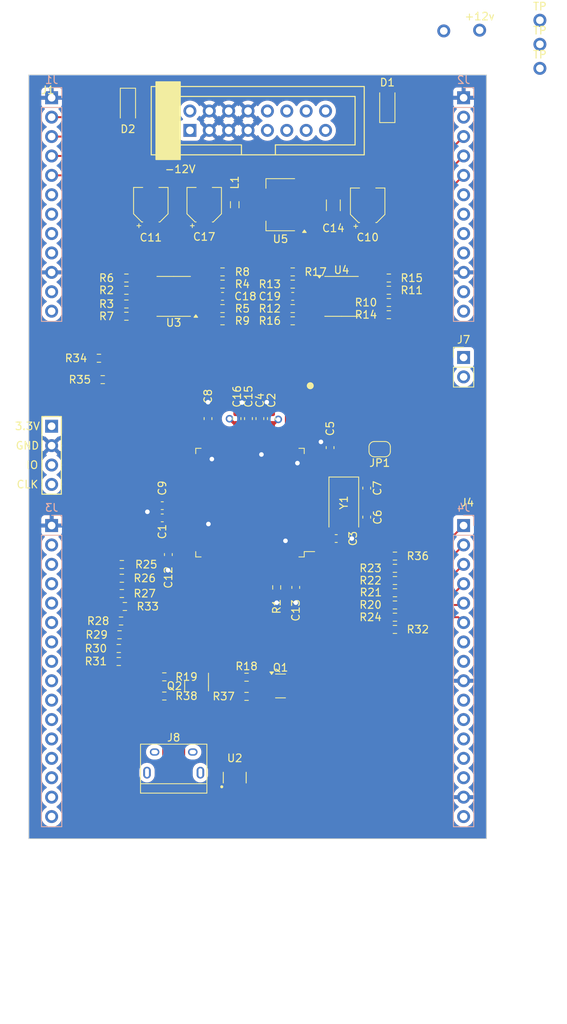
<source format=kicad_pcb>
(kicad_pcb (version 20240108) (generator "pcbnew") (generator_version "8.0")
  (layers (0 "F.Cu" signal) (1 "In1.Cu" signal) (2 "In2.Cu" signal) (31 "B.Cu" signal) (34 "B.Paste" user) (35 "F.Paste" user) (36 "B.SilkS" user "B.Silkscreen") (37 "F.SilkS" user "F.Silkscreen") (38 "B.Mask" user) (39 "F.Mask" user) (44 "Edge.Cuts" user))
  (net 0 "")
  (net 1 "GND")
  (net 2 "Net-(U1-PF0-OSC_IN)")
  (net 3 "+3.3V")
  (net 4 "+3.3VA")
  (net 5 "+12V")
  (net 6 "Net-(U1-PF1-OSC_OUT)")
  (net 7 "/Sine3_Rate_Btn")
  (net 8 "-12V")
  (net 9 "/Sine2_Rate_Btn")
  (net 10 "/Sine1_Rate_Btn")
  (net 11 "/Swell_LED")
  (net 12 "/Ramp_LED")
  (net 13 "/Sine2_Lvl_Btn")
  (net 14 "/Sine1_Lvl_Btn")
  (net 15 "/Sine3_Lvl_Btn")
  (net 16 "/Swell_Out")
  (net 17 "/FM2_Out")
  (net 18 "/Sine1_Inv_Out")
  (net 19 "/Sine1_Out")
  (net 20 "/FM3_Out")
  (net 21 "/Sine3_Out")
  (net 22 "/+12V_IN")
  (net 23 "/-12V_IN")
  (net 24 "/SWCLK")
  (net 25 "/SWIO")
  (net 26 "/Sine1_Swell_Lvl_LED")
  (net 27 "/Sine3_Swell_Lvl_LED")
  (net 28 "/Sine2_Swell_Rate_LED")
  (net 29 "/Sine1_Swell_Rate_LED")
  (net 30 "/Sine2_Swell_Lvl_LED")
  (net 31 "/Gate_Normal")
  (net 32 "/Sine3_Ramp_Rate_LED")
  (net 33 "/Sine3_Swell_Rate_LED")
  (net 34 "/USB_DP")
  (net 35 "/USB_DM")
  (net 36 "/Ramp_Out")
  (net 37 "/Sine3_Ramp_Lvl_LED")
  (net 38 "/Sine2_Rate")
  (net 39 "/Sine2_Out")
  (net 40 "/Sine2_Ramp_Rate_LED")
  (net 41 "/Sine1_LED")
  (net 42 "/Sine2_LED")
  (net 43 "/Sine3_LED")
  (net 44 "/Sine1_Ramp_Rate_LED")
  (net 45 "/Sine1_Ramp_Lvl_LED")
  (net 46 "/Sine2_Ramp_Lvl_LED")
  (net 49 "/BOOT0")
  (net 52 "/USART1_TX")
  (net 53 "/USART1_RX")
  (net 55 "/USB_D-")
  (net 58 "/USB_D+")
  (net 59 "Net-(Q1-B)")
  (net 60 "/Gate_Scaled")
  (net 61 "/Clock_Scaled")
  (net 62 "Net-(Q2-B)")
  (net 63 "Net-(U3C--)")
  (net 64 "Net-(U3D--)")
  (net 65 "Net-(U3B--)")
  (net 66 "Net-(U3A--)")
  (net 67 "/Sine1_DAC")
  (net 68 "Net-(U4D--)")
  (net 69 "Net-(U4B--)")
  (net 70 "/Gate_In")
  (net 71 "/Clock_In")
  (net 72 "/TIM3_CH1")
  (net 73 "/TIM3_CH2")
  (net 74 "/TIM3_CH3")
  (net 75 "/TIM3_CH4")
  (net 76 "/TIM4_CH1")
  (net 77 "/TIM4_CH2")
  (net 78 "/TIM4_CH3")
  (net 79 "/TIM4_CH4")
  (net 80 "/TIM8_CH1")
  (net 81 "/TIM8_CH2")
  (net 82 "/TIM8_CH3")
  (net 83 "/TIM8_CH4")
  (net 84 "/TIM2_CH1")
  (net 85 "/TIM2_CH2")
  (net 86 "/TIM2_CH3")
  (net 87 "/TIM2_CH4")
  (net 88 "/Sine3_Swell_Rate")
  (net 95 "/Swell_Rate")
  (net 97 "/Ramp_Rate")
  (net 100 "/RESET")
  (net 101 "/Sine3_DAC")
  (net 103 "/Sine3_Rate")
  (net 104 "/Sine3_Level")
  (net 106 "/Ramp_Level")
  (net 109 "/Sine1_Level")
  (net 110 "/ADC-Spare")
  (net 111 "/FM2_DAC")
  (net 114 "/Sine2_Level")
  (net 119 "/Swell_DAC")
  (net 121 "/Sine1_Rate")
  (net 126 "/Ramp_DAC")
  (net 129 "/Sine2_DAC")
  (net 130 "/FM3_DAC")
  (net 135 "/Swell_Level")
  (net 139 "Net-(U4C-+)")
  (net 140 "Net-(U4A-+)")
  (footprint "Resistor_SMD:R_0603_1608Metric" (layer "F.Cu") (at 111.8 125.1)
    (property "Reference" "R30")
    (property "Value" "560")
  )
  (footprint "Resistor_SMD:R_0603_1608Metric" (layer "F.Cu") (at 109.2 87.1)
    (property "Reference" "R34")
    (property "Value" "560")
  )
  (footprint "Crystal:Crystal_SMD_0603-2Pin_6.0x3.5mm" (layer "F.Cu") (at 141.3 106 -90)
    (property "Reference" "Y1")
    (property "Value" "8MHz 20pF")
  )
  (footprint "Capacitor_SMD:C_0603_1608Metric" (layer "F.Cu") (at 134.6 79 180)
    (property "Reference" "C19")
    (property "Value" "100nF")
  )
  (footprint "Resistor_SMD:R_0603_1608Metric" (layer "F.Cu") (at 112.2 115.9)
    (property "Reference" "R26")
    (property "Value" "560")
  )
  (footprint "Custom_Footprints:USB_Micro-B_Amphenol" (layer "F.Cu") (at 119 140)
    (property "Reference" "J8")
    (property "Value" "USB_B_Micro")
  )
  (footprint "Custom_Footprints:1mm_Test_Point" (layer "F.Cu") (at 167 46)
    (property "Reference" "TP4" (hide yes))
    (property "Value" "TestPoint")
  )
  (footprint "Custom_Footprints:1mm_Test_Point" (layer "F.Cu") (at 167 49.15)
    (property "Reference" "TP5" (hide yes))
    (property "Value" "TestPoint")
  )
  (footprint "Resistor_SMD:R_0603_1608Metric" (layer "F.Cu") (at 148 116.2 180)
    (property "Reference" "R22")
    (property "Value" "560")
  )
  (footprint "Resistor_SMD:R_0603_1608Metric" (layer "F.Cu") (at 134.6 82.2 180)
    (property "Reference" "R16")
    (property "Value" "10k")
  )
  (footprint "Package_TO_SOT_SMD:SOT-23" (layer "F.Cu") (at 133 130)
    (property "Reference" "Q1")
    (property "Value" "MMBT3904")
  )
  (footprint "Capacitor_SMD:C_0603_1608Metric" (layer "F.Cu") (at 130.3 95 -90)
    (property "Reference" "C4")
    (property "Value" "100nF")
  )
  (footprint "Jumper:SolderJumper-2_P1.3mm_Open_RoundedPad1.0x1.5mm" (layer "F.Cu") (at 146 99 180)
    (property "Reference" "JP1")
    (property "Value" "Jumper")
  )
  (footprint "Capacitor_SMD:C_0603_1608Metric" (layer "F.Cu") (at 131.8 95 -90)
    (property "Reference" "C2")
    (property "Value" "1uF")
  )
  (footprint "Resistor_SMD:R_0603_1608Metric" (layer "F.Cu") (at 148 122.6 180)
    (property "Reference" "R32")
    (property "Value" "560")
  )
  (footprint "Resistor_SMD:R_0603_1608Metric" (layer "F.Cu") (at 128.55 128.855)
    (property "Reference" "R18")
    (property "Value" "4k7")
  )
  (footprint "Resistor_SMD:R_0603_1608Metric" (layer "F.Cu") (at 147.2 81.4)
    (property "Reference" "R14")
    (property "Value" "20k")
  )
  (footprint "Package_TO_SOT_SMD:SOT-223-3_TabPin2" (layer "F.Cu") (at 133 67 180)
    (property "Reference" "U5")
    (property "Value" "LT1117-3.3")
  )
  (footprint "Resistor_SMD:R_0603_1608Metric" (layer "F.Cu") (at 134.6 77.4)
    (property "Reference" "R13")
    (property "Value" "10k")
  )
  (footprint "Resistor_SMD:R_0603_1608Metric" (layer "F.Cu") (at 112.8 80)
    (property "Reference" "R3")
    (property "Value" "10k")
  )
  (footprint "Resistor_SMD:R_0603_1608Metric" (layer "F.Cu") (at 134.6 75.8 180)
    (property "Reference" "R17")
    (property "Value" "10k")
  )
  (footprint "Custom_Footprints:1mm_Test_Point" (layer "F.Cu") (at 154.4 44.25)
    (property "Reference" "TP2" (hide yes))
    (property "Value" "TestPoint")
  )
  (footprint "Custom_Footprints:1mm_Test_Point" (layer "F.Cu") (at 167 42.85)
    (property "Reference" "TP3" (hide yes))
    (property "Value" "TestPoint")
  )
  (footprint "Package_SO:TSSOP-14_4.4x5mm_P0.65mm" (layer "F.Cu") (at 119 79 180)
    (property "Reference" "U3")
    (property "Value" "TL074")
  )
  (footprint "Capacitor_SMD:C_0603_1608Metric" (layer "F.Cu") (at 135 117.1 90)
    (property "Reference" "C13")
    (property "Value" "100nF")
  )
  (footprint "Connector_PinHeader_2.54mm:PinHeader_1x02_P2.54mm_Vertical" (layer "F.Cu") (at 157 87)
    (property "Reference" "J7")
    (property "Value" "UART_Test_Pins")
  )
  (footprint "Inductor_SMD:L_0805_2012Metric_Pad1.05x1.20mm_HandSolder" (layer "F.Cu") (at 127 67 -90)
    (property "Reference" "L1")
    (property "Value" "L_Small")
  )
  (footprint "Resistor_SMD:R_0603_1608Metric" (layer "F.Cu") (at 125.4 82.2)
    (property "Reference" "R9")
    (property "Value" "10k")
  )
  (footprint "Resistor_SMD:R_0603_1608Metric" (layer "F.Cu") (at 125.4 80.6 180)
    (property "Reference" "R5")
    (property "Value" "10k")
  )
  (footprint "Capacitor_SMD:C_1206_3216Metric" (layer "F.Cu") (at 139.925 67.075 90)
    (property "Reference" "C14")
    (property "Value" "10uF")
  )
  (footprint "Resistor_SMD:R_0603_1608Metric" (layer "F.Cu") (at 147.2 76.6)
    (property "Reference" "R15")
    (property "Value" "10k")
  )
  (footprint "Custom_Footprints:Eurorack_16_pin_header" (layer "F.Cu") (at 121.125 57.27)
    (property "Reference" "J6" (hide yes))
    (property "Value" "Eurorack_16_pin_power" (hide yes))
  )
  (footprint "Diode_SMD:D_SOD-123" (layer "F.Cu") (at 113 54 -90)
    (property "Reference" "D2")
    (property "Value" "1N5819")
  )
  (footprint "Resistor_SMD:R_0603_1608Metric" (layer "F.Cu") (at 109.7 89.9)
    (property "Reference" "R35")
    (property "Value" "560")
  )
  (footprint "Resistor_SMD:R_0603_1608Metric" (layer "F.Cu") (at 111.8 126.8)
    (property "Reference" "R31")
    (property "Value" "560")
  )
  (footprint "Package_QFP:LQFP-100_14x14mm_P0.5mm" (layer "F.Cu") (at 129 106 180)
    (property "Reference" "U1" (hide yes))
    (property "Value" "STM32G473V")
  )
  (footprint "Resistor_SMD:R_0603_1608Metric" (layer "F.Cu") (at 148 117.8 180)
    (property "Reference" "R21")
    (property "Value" "560")
  )
  (footprint "Capacitor_SMD:C_0603_1608Metric" (layer "F.Cu") (at 128.8 95 -90)
    (property "Reference" "C15")
    (property "Value" "10nF")
  )
  (footprint "Capacitor_SMD:C_0603_1608Metric" (layer "F.Cu") (at 125.4 79)
    (property "Reference" "C18")
    (property "Value" "100nF")
  )
  (footprint "Resistor_SMD:R_0603_1608Metric" (layer "F.Cu") (at 148 113 180)
    (property "Reference" "R36")
    (property "Value" "560")
  )
  (footprint "Resistor_SMD:R_0603_1608Metric" (layer "F.Cu") (at 148 114.6 180)
    (property "Reference" "R23")
    (property "Value" "560")
  )
  (footprint "Capacitor_SMD:CP_Elec_4x5.8" (layer "F.Cu") (at 116 67 90)
    (property "Reference" "C11")
    (property "Value" "22uF")
  )
  (footprint "Resistor_SMD:R_0603_1608Metric" (layer "F.Cu") (at 117.77 131.32)
    (property "Reference" "R38")
    (property "Value" "4k7")
  )
  (footprint "Resistor_SMD:R_0603_1608Metric" (layer "F.Cu") (at 128.55 131.365)
    (property "Reference" "R37")
    (property "Value" "4k7")
  )
  (footprint "Capacitor_SMD:CP_Elec_4x5.8" (layer "F.Cu") (at 144.425 67.075 90)
    (property "Reference" "C10")
    (property "Value" "22uF")
  )
  (footprint "Resistor_SMD:R_0603_1608Metric" (layer "F.Cu") (at 111.9 123.3)
    (property "Reference" "R29")
    (property "Value" "560")
  )
  (footprint "Resistor_SMD:R_0603_1608Metric" (layer "F.Cu") (at 117.77 128.81 180)
    (property "Reference" "R19")
    (property "Value" "4k7")
  )
  (footprint "Resistor_SMD:R_0603_1608Metric" (layer "F.Cu") (at 125.4 77.4 180)
    (property "Reference" "R4")
    (property "Value" "10k")
  )
  (footprint "Resistor_SMD:R_0603_1608Metric" (layer "F.Cu") (at 132.5 117.1 90)
    (property "Reference" "R1")
    (property "Value" "100k")
  )
  (footprint "Resistor_SMD:R_0603_1608Metric" (layer "F.Cu") (at 147.2 78.2 180)
    (property "Reference" "R11")
    (property "Value" "10k")
  )
  (footprint "Diode_SMD:D_SOD-123" (layer "F.Cu") (at 147 54 90)
    (property "Reference" "D1")
    (property "Value" "1N5819")
  )
  (footprint "Custom_Footprints:STF202-22T1G" (layer "F.Cu") (at 127 142)
    (property "Reference" "U2")
    (property "Value" "STF202-22T1G" (hide yes))
  )
  (footprint "Capacitor_SMD:C_0603_1608Metric" (layer "F.Cu") (at 118.3 112.8 90)
    (property "Reference" "C12")
    (property "Value" "100nF")
  )
  (footprint "Custom_Footprints:1mm_Test_Point" (layer "F.Cu") (at 159.1 44.15)
    (property "Reference" "TP1" (hide yes))
    (property "Value" "TestPoint")
  )
  (footprint "Capacitor_SMD:C_0603_1608Metric" (layer "F.Cu") (at 140.3 110.7 180)
    (property "Reference" "C3")
    (property "Value" "100nF")
  )
  (footprint "Resistor_SMD:R_0603_1608Metric" (layer "F.Cu") (at 148 121 180)
    (property "Reference" "R24")
    (property "Value" "560")
  )
  (footprint "Resistor_SMD:R_0603_1608Metric" (layer "F.Cu") (at 112.2 117.9)
    (property "Reference" "R27")
    (property "Value" "560")
  )
  (footprint "Capacitor_SMD:CP_Elec_4x5.8" (layer "F.Cu") (at 123 67 90)
    (property "Reference" "C17")
    (property "Value" "22uF")
  )
  (footprint "Resistor_SMD:R_0603_1608Metric" (layer "F.Cu") (at 148 119.4 180)
    (property "Reference" "R20")
    (property "Value" "560")
  )
  (footprint "Package_SO:TSSOP-14_4.4x5mm_P0.65mm" (layer "F.Cu") (at 141 79)
    (property "Reference" "U4")
    (property "Value" "TL074")
  )
  (footprint "Resistor_SMD:R_0603_1608Metric" (layer "F.Cu") (at 112.8 81.6 180)
    (property "Reference" "R7")
    (property "Value" "10k")
  )
  (footprint "Resistor_SMD:R_0603_1608Metric" (layer "F.Cu") (at 112.6 119.6 180)
    (property "Reference" "R33")
    (property "Value" "560")
  )
  (footprint "Custom_Footprints:SWD_header" (layer "F.Cu") (at 103 96 -90)
    (property "Reference" "J5" (hide yes))
    (property "Value" "SWD_Header")
  )
  (footprint "Package_TO_SOT_SMD:SOT-23" (layer "F.Cu") (at 122 130 -90)
    (property "Reference" "Q2")
    (property "Value" "MMBT3904")
  )
  (footprint "Resistor_SMD:R_0603_1608Metric" (layer "F.Cu") (at 112.2 114.1)
    (property "Reference" "R25")
    (property "Value" "560")
  )
  (footprint "Capacitor_SMD:C_0603_1608Metric" (layer "F.Cu") (at 144.3 104.1 90)
    (property "Reference" "C7")
    (property "Value" "30pF")
  )
  (footprint "Capacitor_SMD:C_0603_1608Metric" (layer "F.Cu") (at 127.3 95 -90)
    (property "Reference" "C16")
    (property "Value" "1uF")
  )
  (footprint "Resistor_SMD:R_0603_1608Metric" (layer "F.Cu") (at 134.6 80.6)
    (property "Reference" "R12")
    (property "Value" "10k")
  )
  (footprint "Resistor_SMD:R_0603_1608Metric" (layer "F.Cu") (at 125.4 75.8)
    (property "Reference" "R8")
    (property "Value" "10k")
  )
  (footprint "Capacitor_SMD:C_0603_1608Metric" (layer "F.Cu") (at 123.5 95 -90)
    (property "Reference" "C8")
    (property "Value" "100nF")
  )
  (footprint "Capacitor_SMD:C_0603_1608Metric" (layer "F.Cu") (at 117.5 108)
    (property "Reference" "C1")
    (property "Value" "4.7uF")
  )
  (footprint "Resistor_SMD:R_0603_1608Metric" (layer "F.Cu") (at 112.8 76.6 180)
    (property "Reference" "R6")
    (property "Value" "10k")
  )
  (footprint "Resistor_SMD:R_0603_1608Metric" (layer "F.Cu") (at 112.8 78.2)
    (property "Reference" "R2")
    (property "Value" "10k")
  )
  (footprint "Resistor_SMD:R_0603_1608Metric" (layer "F.Cu") (at 147.2 79.8 180)
    (property "Reference" "R10")
    (property "Value" "10k")
  )
  (footprint "Capacitor_SMD:C_0603_1608Metric" (layer "F.Cu") (at 139.5 98.8 -90)
    (property "Reference" "C5")
    (property "Value" "100nF")
  )
  (footprint "Resistor_SMD:R_0603_1608Metric" (layer "F.Cu") (at 112.1 121.5)
    (property "Reference" "R28")
    (property "Value" "560")
  )
  (footprint "Capacitor_SMD:C_0603_1608Metric" (layer "F.Cu") (at 117.5 106.4)
    (property "Reference" "C9")
    (property "Value" "100nF")
  )
  (footprint "Capacitor_SMD:C_0603_1608Metric" (layer "F.Cu") (at 144.3 107.9 -90)
    (property "Reference" "C6")
    (property "Value" "30pF")
  )
  (footprint "Connector_PinHeader_2.54mm:PinHeader_1x12_P2.54mm_Vertical" (layer "B.Cu") (at 103 53 180)
    (property "Reference" "J1")
    (property "Value" "Conn_01x12_Male")
  )
  (footprint "Connector_PinHeader_2.54mm:PinHeader_1x16_P2.54mm_Vertical" (layer "B.Cu") (at 157 109 180)
    (property "Reference" "J4")
    (property "Value" "Conn_01x16_Male")
  )
  (footprint "Connector_PinHeader_2.54mm:PinHeader_1x12_P2.54mm_Vertical" (layer "B.Cu") (at 157 53 180)
    (property "Reference" "J2")
    (property "Value" "Conn_01x12_Male")
  )
  (footprint "Connector_PinHeader_2.54mm:PinHeader_1x16_P2.54mm_Vertical" (layer "B.Cu") (at 103 109 180)
    (property "Reference" "J3")
    (property "Value" "Conn_01x16_Male")
  )
  (gr_circle (center 136.9 90.7) (end 137.280789 90.7) (stroke (width 0.15)) (fill solid) (layer "F.SilkS"))
  (gr_rect (start 100 50) (end 160 150) (stroke (width 0.1)) (fill none) (layer "Edge.Cuts"))
  (gr_text "J4" (at 157.5 106 0) (layer "F.SilkS") (effects (font (size 1 1))))
  (gr_text "J1" (at 102.5 52 0) (layer "F.SilkS") (effects (font (size 1 1))))
  (segment (start 118.3 113.575) (end 118.3 114.8) (width 0.4) (layer "F.Cu") (net 1))
  (segment (start 131.8 94.225) (end 131.8 93.45) (width 0.4) (layer "F.Cu") (net 1))
  (segment (start 134.5 113.675) (end 134.5 111.85) (width 0.3) (layer "F.Cu") (net 1))
  (segment (start 135.389761 101) (end 135.218108 100.828347) (width 0.3) (layer "F.Cu") (net 1))
  (segment (start 127.3 93.55) (end 127.95 92.9) (width 0.3) (layer "F.Cu") (net 1))
  (segment (start 131.8 93.45) (end 131.2 92.85) (width 0.4) (layer "F.Cu") (net 1))
  (segment (start 132.5 117.925) (end 132.5 119.1) (width 0.4) (layer "F.Cu") (net 1))
  (segment (start 130.3 94.225) (end 130.3 93.75) (width 0.4) (layer "F.Cu") (net 1))
  (segment (start 122.226041 106) (end 123.55 107.323959) (width 0.3) (layer "F.Cu") (net 1))
  (segment (start 136.675 101) (end 135.389761 101) (width 0.3) (layer "F.Cu") (net 1))
  (segment (start 128.2 92.9) (end 128.8 93.5) (width 0.3) (layer "F.Cu") (net 1))
  (segment (start 116.725 108) (end 116.35 108) (width 0.4) (layer "F.Cu") (net 1))
  (segment (start 128.8 93.5) (end 128.8 94.225) (width 0.3) (layer "F.Cu") (net 1))
  (segment (start 123.55 110.176041) (end 123.55 108.8) (width 0.3) (layer "F.Cu") (net 1))
  (segment (start 141.075 110.7) (end 142.35 110.7) (width 0.4) (layer "F.Cu") (net 1))
  (segment (start 116.35 106.4) (end 115.55 107.2) (width 0.4) (layer "F.Cu") (net 1))
  (segment (start 118.3 114.8) (end 118.25 114.85) (width 0.4) (layer "F.Cu") (net 1))
  (segment (start 122.226041 111.5) (end 123.55 110.176041) (width 0.3) (layer "F.Cu") (net 1))
  (segment (start 123.5 94.225) (end 123.5 92.85) (width 0.3) (layer "F.Cu") (net 1))
  (segment (start 139.5 98.025) (end 138.325 98.025) (width 0.4) (layer "F.Cu") (net 1))
  (segment (start 121.325 106) (end 122.226041 106) (width 0.3) (layer "F.Cu") (net 1))
  (segment (start 124 98.325) (end 124 100.3) (width 0.3) (layer "F.Cu") (net 1))
  (segment (start 130.3 93.75) (end 131.2 92.85) (width 0.4) (layer "F.Cu") (net 1))
  (segment (start 121.325 111.5) (end 122.226041 111.5) (width 0.3) (layer "F.Cu") (net 1))
  (segment (start 130.5 98.325) (end 130.5 99.7) (width 0.3) (layer "F.Cu") (net 1))
  (segment (start 116.725 106.4) (end 116.35 106.4) (width 0.4) (layer "F.Cu") (net 1))
  (segment (start 135 117.875) (end 135 119.1) (width 0.4) (layer "F.Cu") (net 1))
  (segment (start 123.55 107.323959) (end 123.55 108.8) (width 0.3) (layer "F.Cu") (net 1))
  (segment (start 134.5 111.85) (end 133.65 111) (width 0.3) (layer "F.Cu") (net 1))
  (segment (start 138.325 98.025) (end 138.3 98.05) (width 0.4) (layer "F.Cu") (net 1))
  (segment (start 116.35 108) (end 115.55 107.2) (width 0.4) (layer "F.Cu") (net 1))
  (segment (start 127.95 92.9) (end 128.2 92.9) (width 0.3) (layer "F.Cu") (net 1))
  (segment (start 127.3 94.225) (end 127.3 93.55) (width 0.3) (layer "F.Cu") (net 1))
  (via (at 127.95 92.9) (size 1) (drill 0.6) (layers "F.Cu" "B.Cu") (net 1))
  (via (at 131.2 92.85) (size 1) (drill 0.6) (layers "F.Cu" "B.Cu") (net 1))
  (via (at 142.35 110.7) (size 1) (drill 0.6) (layers "F.Cu" "B.Cu") (net 1))
  (via (at 135.218108 100.828347) (size 1) (drill 0.6) (layers "F.Cu" "B.Cu") (net 1))
  (via (at 130.5 99.7) (size 1) (drill 0.6) (layers "F.Cu" "B.Cu") (net 1))
  (via (at 124 100.3) (size 1) (drill 0.6) (layers "F.Cu" "B.Cu") (net 1))
  (via (at 123.55 108.8) (size 1) (drill 0.6) (layers "F.Cu" "B.Cu") (net 1))
  (via (at 123.5 92.85) (size 1) (drill 0.6) (layers "F.Cu" "B.Cu") (net 1))
  (via (at 138.3 98.05) (size 1) (drill 0.6) (layers "F.Cu" "B.Cu") (net 1))
  (via (at 135 119.1) (size 1) (drill 0.6) (layers "F.Cu" "B.Cu") (net 1))
  (via (at 118.25 114.85) (size 1) (drill 0.6) (layers "F.Cu" "B.Cu") (net 1))
  (via (at 133.65 111) (size 1) (drill 0.6) (layers "F.Cu" "B.Cu") (net 1))
  (via (at 115.55 107.2) (size 1) (drill 0.6) (layers "F.Cu" "B.Cu") (net 1))
  (via (at 132.5 119.1) (size 1) (drill 0.6) (layers "F.Cu" "B.Cu") (net 1))
  (segment (start 143.825 108.2) (end 141.3 108.2) (width 0.25) (layer "F.Cu") (net 2))
  (segment (start 141 108.5) (end 141.3 108.5) (width 0.25) (layer "F.Cu") (net 2))
  (segment (start 136.675 106.5) (end 139 106.5) (width 0.25) (layer "F.Cu") (net 2))
  (segment (start 139 106.5) (end 141 108.5) (width 0.25) (layer "F.Cu") (net 2))
  (segment (start 144.3 108.675) (end 143.825 108.2) (width 0.25) (layer "F.Cu") (net 2))
  (segment (start 139.5 99.575) (end 138.796012 99.575) (width 0.3) (layer "F.Cu") (net 3))
  (segment (start 118.325 112) (end 118.3 112.025) (width 0.3) (layer "F.Cu") (net 3))
  (segment (start 118.275 106.4) (end 118.375 106.5) (width 0.3) (layer "F.Cu") (net 3))
  (segment (start 118.375 106.5) (end 121.325 106.5) (width 0.3) (layer "F.Cu") (net 3))
  (segment (start 137.871012 100.5) (end 136.675 100.5) (width 0.3) (layer "F.Cu") (net 3))
  (segment (start 136.675 109.5) (end 138.325 109.5) (width 0.3) (layer "F.Cu") (net 3))
  (segment (start 138.796012 99.575) (end 137.871012 100.5) (width 0.3) (layer "F.Cu") (net 3))
  (segment (start 138.325 109.5) (end 139.525 110.7) (width 0.3) (layer "F.Cu") (net 3))
  (segment (start 118.275 108) (end 118.275 106.4) (width 0.4) (layer "F.Cu") (net 3))
  (segment (start 123.5 95.775) (end 123.5 98.325) (width 0.3) (layer "F.Cu") (net 3))
  (segment (start 121.325 112) (end 118.325 112) (width 0.3) (layer "F.Cu") (net 3))
  (segment (start 135 113.675) (end 135 116.325) (width 0.3) (layer "F.Cu") (net 3))
  (segment (start 127.072075 95.775) (end 126.315527 95.018452) (width 0.4) (layer "F.Cu") (net 4))
  (segment (start 128.8 95.775) (end 127.3 95.775) (width 0.4) (layer "F.Cu") (net 4))
  (segment (start 128.8 95.775) (end 129.5 96.475) (width 0.3) (layer "F.Cu") (net 4))
  (segment (start 131.8 95.775) (end 132.032442 95.775) (width 0.4) (layer "F.Cu") (net 4))
  (segment (start 130 98.325) (end 130 96.075) (width 0.3) (layer "F.Cu") (net 4))
  (segment (start 132.032442 95.775) (end 132.703721 95.103721) (width 0.4) (layer "F.Cu") (net 4))
  (segment (start 129.5 96.475) (end 129.5 98.325) (width 0.3) (layer "F.Cu") (net 4))
  (segment (start 130.3 95.775) (end 131.8 95.775) (width 0.4) (layer "F.Cu") (net 4))
  (segment (start 127.3 95.775) (end 127.072075 95.775) (width 0.4) (layer "F.Cu") (net 4))
  (segment (start 130 96.075) (end 130.3 95.775) (width 0.3) (layer "F.Cu") (net 4))
  (via (at 132.703721 95.103721) (size 1) (drill 0.6) (layers "F.Cu" "B.Cu") (net 4))
  (via (at 126.315527 95.018452) (size 1) (drill 0.6) (layers "F.Cu" "B.Cu") (net 4))
  (segment (start 144.425 68.875) (end 140.65 68.875) (width 0.5) (layer "F.Cu") (net 5))
  (segment (start 121.8625 79) (end 124.625 79) (width 0.4) (layer "F.Cu") (net 5))
  (segment (start 138.1375 79) (end 135.375 79) (width 0.4) (layer "F.Cu") (net 5))
  (segment (start 144.3 103.325) (end 143.825 103.8) (width 0.25) (layer "F.Cu") (net 6))
  (segment (start 136.675 106) (end 139.1 106) (width 0.25) (layer "F.Cu") (net 6))
  (segment (start 139.1 106) (end 141 104.1) (width 0.25) (layer "F.Cu") (net 6))
  (segment (start 143.825 103.8) (end 141.3 103.8) (width 0.25) (layer "F.Cu") (net 6))
  (segment (start 141 104.1) (end 141.3 104.1) (width 0.25) (layer "F.Cu") (net 6))
  (segment (start 155.82 117.8) (end 157 116.62) (width 0.25) (layer "F.Cu") (net 11))
  (segment (start 148.825 117.8) (end 155.82 117.8) (width 0.25) (layer "F.Cu") (net 11))
  (segment (start 148.825 119.4) (end 156.76 119.4) (width 0.25) (layer "F.Cu") (net 12))
  (segment (start 156.76 119.4) (end 157 119.16) (width 0.25) (layer "F.Cu") (net 12))
  (segment (start 114.275 80.95) (end 116.1375 80.95) (width 0.25) (layer "F.Cu") (net 16))
  (segment (start 113.625 81.775) (end 113.625 81.6) (width 0.25) (layer "F.Cu") (net 16))
  (segment (start 112.5 82.9) (end 113.625 81.775) (width 0.25) (layer "F.Cu") (net 16))
  (segment (start 114.275 80.95) (end 113.625 81.6) (width 0.25) (layer "F.Cu") (net 16))
  (segment (start 103 63.16) (end 105.56 63.16) (width 0.25) (layer "F.Cu") (net 16))
  (segment (start 106.6 66.8) (end 109.3 69.5) (width 0.25) (layer "F.Cu") (net 16))
  (segment (start 111 82.9) (end 112.5 82.9) (width 0.25) (layer "F.Cu") (net 16))
  (segment (start 109.3 69.5) (end 109.3 81.2) (width 0.25) (layer "F.Cu") (net 16))
  (segment (start 105.56 63.16) (end 106.6 64.2) (width 0.25) (layer "F.Cu") (net 16))
  (segment (start 109.3 81.2) (end 111 82.9) (width 0.25) (layer "F.Cu") (net 16))
  (segment (start 106.6 64.2) (end 106.6 66.8) (width 0.25) (layer "F.Cu") (net 16))
  (segment (start 123.325 77.05) (end 124.575 75.8) (width 0.25) (layer "F.Cu") (net 17))
  (segment (start 108.6 60.6) (end 108.6 65.4) (width 0.25) (layer "F.Cu") (net 17))
  (segment (start 106.08 58.08) (end 108.6 60.6) (width 0.25) (layer "F.Cu") (net 17))
  (segment (start 108.6 65.4) (end 119 75.8) (width 0.25) (layer "F.Cu") (net 17))
  (segment (start 103 58.08) (end 106.08 58.08) (width 0.25) (layer "F.Cu") (net 17))
  (segment (start 121.8625 77.05) (end 123.325 77.05) (width 0.25) (layer "F.Cu") (net 17))
  (segment (start 119 75.8) (end 124.575 75.8) (width 0.25) (layer "F.Cu") (net 17))
  (segment (start 145.05 80.95) (end 143.8625 80.95) (width 0.25) (layer "F.Cu") (net 18))
  (segment (start 145.5 81.4) (end 145.05 80.95) (width 0.25) (layer "F.Cu") (net 18))
  (segment (start 146.375 81.4) (end 145.5 81.4) (width 0.25) (layer "F.Cu") (net 18))
  (segment (start 146.375 76.6) (end 146.4 76.575) (width 0.25) (layer "F.Cu") (net 19))
  (segment (start 143.8625 77.05) (end 145.925 77.05) (width 0.25) (layer "F.Cu") (net 19))
  (segment (start 146.4 73.76) (end 157 63.16) (width 0.25) (layer "F.Cu") (net 19))
  (segment (start 145.925 77.05) (end 146.375 76.6) (width 0.25) (layer "F.Cu") (net 19))
  (segment (start 146.4 76.575) (end 146.4 73.76) (width 0.25) (layer "F.Cu") (net 19))
  (segment (start 109.5799 64.8) (end 109.5799 59.1799) (width 0.25) (layer "F.Cu") (net 20))
  (segment (start 128.5 75.5) (end 127 74) (width 0.25) (layer "F.Cu") (net 20))
  (segment (start 127 74) (end 118.7799 74) (width 0.25) (layer "F.Cu") (net 20))
  (segment (start 109.5799 59.1799) (end 105.94 55.54) (width 0.25) (layer "F.Cu") (net 20))
  (segment (start 118.7799 74) (end 109.5799 64.8) (width 0.25) (layer "F.Cu") (net 20))
  (segment (start 128.5 82.5) (end 128.5 75.5) (width 0.25) (layer "F.Cu") (net 20))
  (segment (start 123.325 80.95) (end 124.575 82.2) (width 0.25) (layer "F.Cu") (net 20))
  (segment (start 121.8625 80.95) (end 123.325 80.95) (width 0.25) (layer "F.Cu") (net 20))
  (segment (start 127.7 83.3) (end 128.5 82.5) (width 0.25) (layer "F.Cu") (net 20))
  (segment (start 124.575 82.2) (end 124.6 82.2) (width 0.25) (layer "F.Cu") (net 20))
  (segment (start 124.6 82.2) (end 125.7 83.3) (width 0.25) (layer "F.Cu") (net 20))
  (segment (start 125.7 83.3) (end 127.7 83.3) (width 0.25) (layer "F.Cu") (net 20))
  (segment (start 105.94 55.54) (end 103 55.54) (width 0.25) (layer "F.Cu") (net 20))
  (segment (start 143.1 75.8) (end 135.425 75.8) (width 0.25) (layer "F.Cu") (net 21))
  (segment (start 154.71 64.19) (end 143.1 75.8) (width 0.25) (layer "F.Cu") (net 21))
  (segment (start 136.675 77.05) (end 135.425 75.8) (width 0.25) (layer "F.Cu") (net 21))
  (segment (start 138.1375 77.05) (end 136.675 77.05) (width 0.25) (layer "F.Cu") (net 21))
  (segment (start 154.71 62.91) (end 154.71 64.19) (width 0.25) (layer "F.Cu") (net 21))
  (segment (start 157 60.62) (end 154.71 62.91) (width 0.25) (layer "F.Cu") (net 21))
  (segment (start 148.825 113) (end 153 113) (width 0.25) (layer "F.Cu") (net 33))
  (segment (start 153 113) (end 157 109) (width 0.25) (layer "F.Cu") (net 33))
  (segment (start 116.1375 77.05) (end 114.075 77.05) (width 0.25) (layer "F.Cu") (net 36))
  (segment (start 113.625 72.125) (end 113.625 76.6) (width 0.25) (layer "F.Cu") (net 36))
  (segment (start 107.6 66.1) (end 113.625 72.125) (width 0.25) (layer "F.Cu") (net 36))
  (segment (start 103 60.62) (end 105.82 60.62) (width 0.25) (layer "F.Cu") (net 36))
  (segment (start 107.6 62.4) (end 107.6 66.1) (width 0.25) (layer "F.Cu") (net 36))
  (segment (start 105.82 60.62) (end 107.6 62.4) (width 0.25) (layer "F.Cu") (net 36))
  (segment (start 114.075 77.05) (end 113.625 76.6) (width 0.25) (layer "F.Cu") (net 36))
  (segment (start 134.625 83) (end 135.425 82.2) (width 0.25) (layer "F.Cu") (net 39))
  (segment (start 132.2 83) (end 134.625 83) (width 0.25) (layer "F.Cu") (net 39))
  (segment (start 132.2 73.8) (end 131 75) (width 0.25) (layer "F.Cu") (net 39))
  (segment (start 131 81.8) (end 132.2 83) (width 0.25) (layer "F.Cu") (net 39))
  (segment (start 157 58.08) (end 153.3 61.78) (width 0.25) (layer "F.Cu") (net 39))
  (segment (start 138.1375 80.95) (end 136.675 80.95) (width 0.25) (layer "F.Cu") (net 39))
  (segment (start 136.675 80.95) (end 135.425 82.2) (width 0.25) (layer "F.Cu") (net 39))
  (segment (start 143.6 73.8) (end 132.2 73.8) (width 0.25) (layer "F.Cu") (net 39))
  (segment (start 153.3 61.78) (end 153.3 64.1) (width 0.25) (layer "F.Cu") (net 39))
  (segment (start 153.3 64.1) (end 143.6 73.8) (width 0.25) (layer "F.Cu") (net 39))
  (segment (start 131 75) (end 131 81.8) (width 0.25) (layer "F.Cu") (net 39))
  (segment (start 154.88 116.2) (end 157 114.08) (width 0.25) (layer "F.Cu") (net 41))
  (segment (start 148.825 116.2) (end 154.88 116.2) (width 0.25) (layer "F.Cu") (net 41))
  (segment (start 153.94 114.6) (end 157 111.54) (width 0.25) (layer "F.Cu") (net 42))
  (segment (start 148.825 114.6) (end 153.94 114.6) (width 0.25) (layer "F.Cu") (net 42))
  (segment (start 156.3 121) (end 157 121.7) (width 0.25) (layer "F.Cu") (net 43))
  (segment (start 148.825 121) (end 156.3 121) (width 0.25) (layer "F.Cu") (net 43))
  (segment (start 132.5 113.675) (end 132.5 116.275) (width 0.25) (layer "F.Cu") (net 49))
  (segment (start 114.125 77.7) (end 113.625 78.2) (width 0.25) (layer "F.Cu") (net 63))
  (segment (start 112.025 76.6) (end 113.625 78.2) (width 0.25) (layer "F.Cu") (net 63))
  (segment (start 116.1375 77.7) (end 114.125 77.7) (width 0.25) (layer "F.Cu") (net 63))
  (segment (start 111.975 76.6) (end 112.025 76.6) (width 0.25) (layer "F.Cu") (net 63))
  (segment (start 116.1375 80.3) (end 113.925 80.3) (width 0.25) (layer "F.Cu") (net 64))
  (segment (start 113.625 80) (end 113.575 80) (width 0.25) (layer "F.Cu") (net 64))
  (segment (start 113.575 80) (end 111.975 81.6) (width 0.25) (layer "F.Cu") (net 64))
  (segment (start 113.925 80.3) (end 113.625 80) (width 0.25) (layer "F.Cu") (net 64))
  (segment (start 121.8625 77.7) (end 124.275 77.7) (width 0.25) (layer "F.Cu") (net 65))
  (segment (start 124.625 77.4) (end 126.225 75.8) (width 0.25) (layer "F.Cu") (net 65))
  (segment (start 124.275 77.7) (end 124.575 77.4) (width 0.25) (layer "F.Cu") (net 65))
  (segment (start 124.575 77.4) (end 124.625 77.4) (width 0.25) (layer "F.Cu") (net 65))
  (segment (start 124.275 80.3) (end 124.575 80.6) (width 0.25) (layer "F.Cu") (net 66))
  (segment (start 126.225 82.2) (end 126.175 82.2) (width 0.25) (layer "F.Cu") (net 66))
  (segment (start 126.175 82.2) (end 124.575 80.6) (width 0.25) (layer "F.Cu") (net 66))
  (segment (start 121.8625 80.3) (end 124.275 80.3) (width 0.25) (layer "F.Cu") (net 66))
  (segment (start 143.125001 78.35) (end 143.8625 78.35) (width 0.25) (layer "F.Cu") (net 67))
  (segment (start 141.9 100.1) (end 141.9 79.575001) (width 0.25) (layer "F.Cu") (net 67))
  (segment (start 141.9 79.575001) (end 143.125001 78.35) (width 0.25) (layer "F.Cu") (net 67))
  (segment (start 136.675 101.5) (end 140.5 101.5) (width 0.25) (layer "F.Cu") (net 67))
  (segment (start 144.925 78.35) (end 143.8625 78.35) (width 0.25) (layer "F.Cu") (net 67))
  (segment (start 146.375 79.8) (end 144.925 78.35) (width 0.25) (layer "F.Cu") (net 67))
  (segment (start 140.5 101.5) (end 141.9 100.1) (width 0.25) (layer "F.Cu") (net 67))
  (segment (start 148.025 76.6) (end 147.975 76.6) (width 0.25) (layer "F.Cu") (net 68))
  (segment (start 145.875 77.7) (end 146.375 78.2) (width 0.25) (layer "F.Cu") (net 68))
  (segment (start 143.8625 77.7) (end 145.875 77.7) (width 0.25) (layer "F.Cu") (net 68))
  (segment (start 147.975 76.6) (end 146.375 78.2) (width 0.25) (layer "F.Cu") (net 68))
  (segment (start 135.725 80.3) (end 135.425 80.6) (width 0.25) (layer "F.Cu") (net 69))
  (segment (start 133.825 82.2) (end 135.425 80.6) (width 0.25) (layer "F.Cu") (net 69))
  (segment (start 138.1375 80.3) (end 135.725 80.3) (width 0.25) (layer "F.Cu") (net 69))
  (segment (start 133.775 82.2) (end 133.825 82.2) (width 0.25) (layer "F.Cu") (net 69))
  (segment (start 144.075 119.4) (end 147.175 119.4) (width 0.25) (layer "F.Cu") (net 72))
  (segment (start 136.675 112) (end 144.075 119.4) (width 0.25) (layer "F.Cu") (net 72))
  (segment (start 136.675 111.5) (end 137.546578 111.5) (width 0.25) (layer "F.Cu") (net 73))
  (segment (start 137.546578 111.5) (end 143.846578 117.8) (width 0.25) (layer "F.Cu") (net 73))
  (segment (start 143.846578 117.8) (end 147.175 117.8) (width 0.25) (layer "F.Cu") (net 73))
  (segment (start 137.929552 111) (end 143.129552 116.2) (width 0.25) (layer "F.Cu") (net 74))
  (segment (start 136.675 111) (end 137.929552 111) (width 0.25) (layer "F.Cu") (net 74))
  (segment (start 143.129552 116.2) (end 147.175 116.2) (width 0.25) (layer "F.Cu") (net 74))
  (segment (start 142.165948 114.6) (end 138.065948 110.5) (width 0.25) (layer "F.Cu") (net 75))
  (segment (start 147.175 114.6) (end 142.165948 114.6) (width 0.25) (layer "F.Cu") (net 75))
  (segment (start 138.065948 110.5) (end 136.675 110.5) (width 0.25) (layer "F.Cu") (net 75))
  (segment (start 131.8 121) (end 130 119.2) (width 0.25) (layer "F.Cu") (net 85))
  (segment (start 147.175 121) (end 131.8 121) (width 0.25) (layer "F.Cu") (net 85))
  (segment (start 130 119.2) (end 130 113.675) (width 0.25) (layer "F.Cu") (net 85))
  (segment (start 139.142764 109.6) (end 143.775 109.6) (width 0.25) (layer "F.Cu") (net 88))
  (segment (start 143.775 109.6) (end 147.175 113) (width 0.25) (layer "F.Cu") (net 88))
  (segment (start 136.675 108) (end 137.542764 108) (width 0.25) (layer "F.Cu") (net 88))
  (segment (start 137.542764 108) (end 139.142764 109.6) (width 0.25) (layer "F.Cu") (net 88))
  (segment (start 135 98.1625) (end 140.8 92.3625) (width 0.25) (layer "F.Cu") (net 101))
  (segment (start 140.8 78.8) (end 139.7 77.7) (width 0.25) (layer "F.Cu") (net 101))
  (segment (start 139.7 77.7) (end 138.1375 77.7) (width 0.25) (layer "F.Cu") (net 101))
  (segment (start 140.8 92.3625) (end 140.8 78.8) (width 0.25) (layer "F.Cu") (net 101))
  (segment (start 135 98.325) (end 135 98.1625) (width 0.25) (layer "F.Cu") (net 101))
  (segment (start 131.8 96.7) (end 131.5 97) (width 0.25) (layer "F.Cu") (net 111))
  (segment (start 130.7 88.1) (end 133.7 91.1) (width 0.25) (layer "F.Cu") (net 111))
  (segment (start 120.45 78.35) (end 119.6 79.2) (width 0.25) (layer "F.Cu") (net 111))
  (segment (start 119.6 86.5) (end 121.2 88.1) (width 0.25) (layer "F.Cu") (net 111))
  (segment (start 131.5 97) (end 131.5 98.325) (width 0.25) (layer "F.Cu") (net 111))
  (segment (start 133.2 96.7) (end 131.8 96.7) (width 0.25) (layer "F.Cu") (net 111))
  (segment (start 121.8625 78.35) (end 120.45 78.35) (width 0.25) (layer "F.Cu") (net 111))
  (segment (start 121.2 88.1) (end 130.7 88.1) (width 0.25) (layer "F.Cu") (net 111))
  (segment (start 133.7 91.1) (end 133.7 96.2) (width 0.25) (layer "F.Cu") (net 111))
  (segment (start 119.6 79.2) (end 119.6 86.5) (width 0.25) (layer "F.Cu") (net 111))
  (segment (start 133.7 96.2) (end 133.2 96.7) (width 0.25) (layer "F.Cu") (net 111))
  (segment (start 114.2 108.4) (end 114.8 109) (width 0.25) (layer "F.Cu") (net 119))
  (segment (start 114.8 109) (end 121.325 109) (width 0.25) (layer "F.Cu") (net 119))
  (segment (start 114.2 87.6) (end 114.2 108.4) (width 0.25) (layer "F.Cu") (net 119))
  (segment (start 117.65 79.65) (end 118.2 80.2) (width 0.25) (layer "F.Cu") (net 119))
  (segment (start 118.2 80.2) (end 118.2 83.6) (width 0.25) (layer "F.Cu") (net 119))
  (segment (start 116.1375 79.65) (end 117.65 79.65) (width 0.25) (layer "F.Cu") (net 119))
  (segment (start 118.2 83.6) (end 114.2 87.6) (width 0.25) (layer "F.Cu") (net 119))
  (segment (start 119.7 100) (end 121.325 100) (width 0.25) (layer "F.Cu") (net 126))
  (segment (start 119.7 100) (end 119 99.3) (width 0.25) (layer "F.Cu") (net 126))
  (segment (start 116.1375 78.35) (end 118.05 78.35) (width 0.25) (layer "F.Cu") (net 126))
  (segment (start 119 79.3) (end 119 99.3) (width 0.25) (layer "F.Cu") (net 126))
  (segment (start 118.05 78.35) (end 119 79.3) (width 0.25) (layer "F.Cu") (net 126))
  (segment (start 139.8 80.1) (end 139.8 92.1) (width 0.25) (layer "F.Cu") (net 129))
  (segment (start 134.5 97.4) (end 134.5 98.325) (width 0.25) (layer "F.Cu") (net 129))
  (segment (start 138.1375 79.65) (end 139.35 79.65) (width 0.25) (layer "F.Cu") (net 129))
  (segment (start 139.8 92.1) (end 134.5 97.4) (width 0.25) (layer "F.Cu") (net 129))
  (segment (start 139.35 79.65) (end 139.8 80.1) (width 0.25) (layer "F.Cu") (net 129))
  (segment (start 134.4 90.5) (end 134.4 96.486396) (width 0.25) (layer "F.Cu") (net 130))
  (segment (start 121.8625 79.65) (end 120.65 79.65) (width 0.25) (layer "F.Cu") (net 130))
  (segment (start 134 96.886396) (end 134 98.325) (width 0.25) (layer "F.Cu") (net 130))
  (segment (start 120.3 85.9) (end 121.6 87.2) (width 0.25) (layer "F.Cu") (net 130))
  (segment (start 120.65 79.65) (end 120.3 80) (width 0.25) (layer "F.Cu") (net 130))
  (segment (start 134.4 96.486396) (end 134 96.886396) (width 0.25) (layer "F.Cu") (net 130))
  (segment (start 120.3 80) (end 120.3 85.9) (width 0.25) (layer "F.Cu") (net 130))
  (segment (start 121.6 87.2) (end 131.1 87.2) (width 0.25) (layer "F.Cu") (net 130))
  (segment (start 131.1 87.2) (end 134.4 90.5) (width 0.25) (layer "F.Cu") (net 130))
  (segment (start 148.025 79.8) (end 147.225 80.6) (width 0.25) (layer "F.Cu") (net 139))
  (segment (start 147.225 80.6) (end 145.7 80.6) (width 0.25) (layer "F.Cu") (net 139))
  (segment (start 144.75 79.65) (end 143.8625 79.65) (width 0.25) (layer "F.Cu") (net 139))
  (segment (start 145.7 80.6) (end 144.75 79.65) (width 0.25) (layer "F.Cu") (net 139))
  (segment (start 148.025 81.4) (end 147.225 80.6) (width 0.25) (layer "F.Cu") (net 139))
  (segment (start 138.1375 78.35) (end 136.375 78.35) (width 0.25) (layer "F.Cu") (net 140))
  (segment (start 133.825 75.8) (end 135.425 77.4) (width 0.25) (layer "F.Cu") (net 140))
  (segment (start 133.775 75.8) (end 133.825 75.8) (width 0.25) (layer "F.Cu") (net 140))
  (segment (start 136.375 78.35) (end 135.425 77.4) (width 0.25) (layer "F.Cu") (net 140))
  (zone (net 1) (net_name "GND") (layers "F.Cu" "In1.Cu" "In2.Cu" "B.Cu") (connect_pads (clearance 0.508)) (min_thickness 0.254) (fill yes (thermal_gap 0.508) (thermal_bridge_width 0.508))
    (polygon (pts (xy 161.3 152) (xy 98.6 152) (xy 98.6 48.45) (xy 161.3 48.45)))
  )
)
</source>
